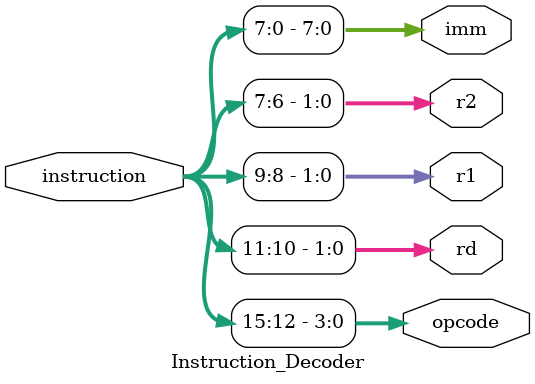
<source format=v>
`timescale 1ns / 1ps

module Instruction_Decoder(
    input wire [15:0] instruction,
    output wire [3:0] opcode,
    output wire [1:0] rd,
    output wire [1:0] r1,
    output wire [1:0] r2,
    output wire [7:0] imm
    );
    
    assign opcode = instruction[15:12];
    assign rd = instruction[11:10];
    assign r1 = instruction[9:8];
    assign r2 = instruction[7:6];
    assign imm = instruction[7:0];
endmodule

</source>
